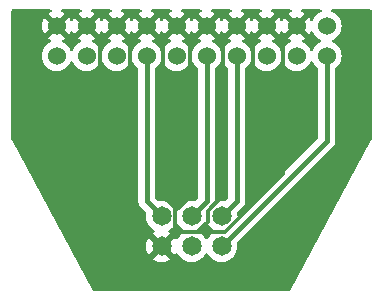
<source format=gtl>
G04 #@! TF.GenerationSoftware,KiCad,Pcbnew,8.0.2-1*
G04 #@! TF.CreationDate,2024-12-21T19:46:59+01:00*
G04 #@! TF.ProjectId,ten_to_six,74656e5f-746f-45f7-9369-782e6b696361,rev?*
G04 #@! TF.SameCoordinates,Original*
G04 #@! TF.FileFunction,Copper,L1,Top*
G04 #@! TF.FilePolarity,Positive*
%FSLAX46Y46*%
G04 Gerber Fmt 4.6, Leading zero omitted, Abs format (unit mm)*
G04 Created by KiCad (PCBNEW 8.0.2-1) date 2024-12-21 19:46:59*
%MOMM*%
%LPD*%
G01*
G04 APERTURE LIST*
G04 #@! TA.AperFunction,ComponentPad*
%ADD10C,1.524000*%
G04 #@! TD*
G04 #@! TA.AperFunction,ComponentPad*
%ADD11C,1.650000*%
G04 #@! TD*
G04 #@! TA.AperFunction,Conductor*
%ADD12C,0.300000*%
G04 #@! TD*
G04 #@! TA.AperFunction,Conductor*
%ADD13C,0.400000*%
G04 #@! TD*
G04 APERTURE END LIST*
D10*
X136652000Y-76843128D03*
X136652000Y-74303128D03*
X134112000Y-76843128D03*
X134112000Y-74303128D03*
X131572000Y-76843128D03*
X131572000Y-74303128D03*
X129032000Y-76843128D03*
X129032000Y-74303128D03*
X126492000Y-76843128D03*
X126492000Y-74303128D03*
X123952000Y-76843128D03*
X123952000Y-74303128D03*
X121412000Y-76843128D03*
X121412000Y-74303128D03*
X118872000Y-76843128D03*
X118872000Y-74303128D03*
X116332000Y-76843128D03*
X116332000Y-74303128D03*
X113792000Y-76843128D03*
X113792000Y-74303128D03*
D11*
X127762000Y-92964000D03*
X127762000Y-90424000D03*
X125222000Y-92964000D03*
X125222000Y-90424000D03*
X122682000Y-92964000D03*
X122682000Y-90424000D03*
D12*
X116332000Y-74303128D02*
X117444000Y-75415128D01*
X117444000Y-75415128D02*
X117444000Y-87726000D01*
X117444000Y-87726000D02*
X122682000Y-92964000D01*
X131572000Y-74303128D02*
X130460000Y-75415128D01*
X130460000Y-75415128D02*
X130460000Y-89387701D01*
X130460000Y-89387701D02*
X128058701Y-91789000D01*
X123857000Y-91789000D02*
X122682000Y-92964000D01*
X128058701Y-91789000D02*
X123857000Y-91789000D01*
X118872000Y-74303128D02*
X119984000Y-75415128D01*
X119984000Y-90266000D02*
X122682000Y-92964000D01*
X119984000Y-75415128D02*
X119984000Y-90266000D01*
X121412000Y-74303128D02*
X122840000Y-75731128D01*
X122840000Y-75731128D02*
X122840000Y-88730299D01*
X123857000Y-89747299D02*
X123857000Y-91789000D01*
X122840000Y-88730299D02*
X123857000Y-89747299D01*
X129032000Y-74303128D02*
X127920000Y-75415128D01*
X123857000Y-89985600D02*
X123857000Y-91789000D01*
X127920000Y-75415128D02*
X127920000Y-88604299D01*
X126587000Y-90910701D02*
X125708701Y-91789000D01*
X126492000Y-74303128D02*
X125064000Y-75731128D01*
X133000000Y-86847701D02*
X128058701Y-91789000D01*
X134112000Y-74303128D02*
X133000000Y-75415128D01*
X127920000Y-88604299D02*
X126587000Y-89937299D01*
X125064000Y-75731128D02*
X125064000Y-88778600D01*
X133000000Y-75415128D02*
X133000000Y-86847701D01*
X125064000Y-88778600D02*
X123857000Y-89985600D01*
X126587000Y-89937299D02*
X126587000Y-90910701D01*
X125708701Y-91789000D02*
X123857000Y-91789000D01*
D13*
X129032000Y-76843128D02*
X129032000Y-89154000D01*
X129032000Y-89154000D02*
X127762000Y-90424000D01*
X136652000Y-84074000D02*
X127762000Y-92964000D01*
X136652000Y-76843128D02*
X136652000Y-84074000D01*
X126492000Y-89154000D02*
X125222000Y-90424000D01*
X126492000Y-76843128D02*
X126492000Y-89154000D01*
X121412000Y-76843128D02*
X121412000Y-89154000D01*
X121412000Y-89154000D02*
X122682000Y-90424000D01*
G04 #@! TA.AperFunction,Conductor*
G36*
X113342956Y-72910185D02*
G01*
X113388711Y-72962989D01*
X113398655Y-73032147D01*
X113369630Y-73095703D01*
X113328322Y-73126882D01*
X113158590Y-73206029D01*
X113093811Y-73251386D01*
X113656057Y-73813632D01*
X113595919Y-73829747D01*
X113480080Y-73896626D01*
X113385498Y-73991208D01*
X113318619Y-74107047D01*
X113302504Y-74167185D01*
X112740258Y-73604939D01*
X112694901Y-73669718D01*
X112601579Y-73869848D01*
X112601575Y-73869857D01*
X112544426Y-74083141D01*
X112544424Y-74083151D01*
X112525179Y-74303127D01*
X112525179Y-74303128D01*
X112544424Y-74523104D01*
X112544426Y-74523114D01*
X112601575Y-74736398D01*
X112601580Y-74736412D01*
X112694898Y-74936533D01*
X112694901Y-74936539D01*
X112740258Y-75001315D01*
X112740259Y-75001316D01*
X113302504Y-74439070D01*
X113318619Y-74499209D01*
X113385498Y-74615048D01*
X113480080Y-74709630D01*
X113595919Y-74776509D01*
X113656057Y-74792622D01*
X113093810Y-75354868D01*
X113158589Y-75400226D01*
X113287781Y-75460470D01*
X113340220Y-75506642D01*
X113359372Y-75573836D01*
X113339156Y-75640717D01*
X113287781Y-75685234D01*
X113158340Y-75745593D01*
X113158338Y-75745594D01*
X112977377Y-75872303D01*
X112821175Y-76028505D01*
X112694466Y-76209466D01*
X112694465Y-76209468D01*
X112601107Y-76409676D01*
X112601104Y-76409682D01*
X112543930Y-76623057D01*
X112543929Y-76623065D01*
X112524677Y-76843125D01*
X112524677Y-76843130D01*
X112543929Y-77063190D01*
X112543930Y-77063198D01*
X112601104Y-77276573D01*
X112601105Y-77276575D01*
X112601106Y-77276578D01*
X112634382Y-77347939D01*
X112694466Y-77476790D01*
X112694468Y-77476794D01*
X112821170Y-77657743D01*
X112821175Y-77657749D01*
X112977378Y-77813952D01*
X112977384Y-77813957D01*
X113158333Y-77940659D01*
X113158335Y-77940660D01*
X113158338Y-77940662D01*
X113358550Y-78034022D01*
X113571932Y-78091198D01*
X113729123Y-78104950D01*
X113791998Y-78110451D01*
X113792000Y-78110451D01*
X113792002Y-78110451D01*
X113847017Y-78105637D01*
X114012068Y-78091198D01*
X114225450Y-78034022D01*
X114425662Y-77940662D01*
X114606620Y-77813954D01*
X114762826Y-77657748D01*
X114889534Y-77476790D01*
X114949618Y-77347939D01*
X114995790Y-77295499D01*
X115062983Y-77276347D01*
X115129865Y-77296563D01*
X115174382Y-77347939D01*
X115234464Y-77476786D01*
X115234468Y-77476794D01*
X115361170Y-77657743D01*
X115361175Y-77657749D01*
X115517378Y-77813952D01*
X115517384Y-77813957D01*
X115698333Y-77940659D01*
X115698335Y-77940660D01*
X115698338Y-77940662D01*
X115898550Y-78034022D01*
X116111932Y-78091198D01*
X116269123Y-78104950D01*
X116331998Y-78110451D01*
X116332000Y-78110451D01*
X116332002Y-78110451D01*
X116387017Y-78105637D01*
X116552068Y-78091198D01*
X116765450Y-78034022D01*
X116965662Y-77940662D01*
X117146620Y-77813954D01*
X117302826Y-77657748D01*
X117429534Y-77476790D01*
X117489618Y-77347939D01*
X117535790Y-77295499D01*
X117602983Y-77276347D01*
X117669865Y-77296563D01*
X117714382Y-77347939D01*
X117774464Y-77476786D01*
X117774468Y-77476794D01*
X117901170Y-77657743D01*
X117901175Y-77657749D01*
X118057378Y-77813952D01*
X118057384Y-77813957D01*
X118238333Y-77940659D01*
X118238335Y-77940660D01*
X118238338Y-77940662D01*
X118438550Y-78034022D01*
X118651932Y-78091198D01*
X118809123Y-78104950D01*
X118871998Y-78110451D01*
X118872000Y-78110451D01*
X118872002Y-78110451D01*
X118927017Y-78105637D01*
X119092068Y-78091198D01*
X119305450Y-78034022D01*
X119505662Y-77940662D01*
X119686620Y-77813954D01*
X119842826Y-77657748D01*
X119969534Y-77476790D01*
X120029618Y-77347939D01*
X120075790Y-77295499D01*
X120142983Y-77276347D01*
X120209865Y-77296563D01*
X120254382Y-77347939D01*
X120314464Y-77476786D01*
X120314468Y-77476794D01*
X120441170Y-77657743D01*
X120441174Y-77657748D01*
X120597380Y-77813954D01*
X120658623Y-77856836D01*
X120702248Y-77911412D01*
X120711500Y-77958411D01*
X120711500Y-89085006D01*
X120711500Y-89222994D01*
X120711500Y-89222996D01*
X120711499Y-89222996D01*
X120738418Y-89358322D01*
X120738421Y-89358332D01*
X120791222Y-89485807D01*
X120867887Y-89600545D01*
X120867888Y-89600546D01*
X121339760Y-90072417D01*
X121373245Y-90133740D01*
X121371967Y-90187503D01*
X121372592Y-90187614D01*
X121371866Y-90191727D01*
X121371856Y-90192183D01*
X121371652Y-90192941D01*
X121371651Y-90192951D01*
X121351437Y-90423998D01*
X121351437Y-90424001D01*
X121371650Y-90655044D01*
X121371651Y-90655051D01*
X121431678Y-90879074D01*
X121431679Y-90879076D01*
X121431680Y-90879079D01*
X121529699Y-91089282D01*
X121662730Y-91279269D01*
X121826731Y-91443270D01*
X122016718Y-91576301D01*
X122028710Y-91581893D01*
X122081149Y-91628062D01*
X122100303Y-91695255D01*
X122080089Y-91762137D01*
X122028717Y-91806655D01*
X122016966Y-91812134D01*
X121938576Y-91867022D01*
X122511766Y-92440212D01*
X122469708Y-92451482D01*
X122344292Y-92523890D01*
X122241890Y-92626292D01*
X122169482Y-92751708D01*
X122158212Y-92793766D01*
X121585022Y-92220576D01*
X121530134Y-92298967D01*
X121432152Y-92509090D01*
X121432148Y-92509099D01*
X121372147Y-92733031D01*
X121372145Y-92733041D01*
X121351939Y-92963999D01*
X121351939Y-92964000D01*
X121372145Y-93194958D01*
X121372147Y-93194968D01*
X121432148Y-93418900D01*
X121432152Y-93418909D01*
X121530133Y-93629030D01*
X121585023Y-93707422D01*
X122158212Y-93134233D01*
X122169482Y-93176292D01*
X122241890Y-93301708D01*
X122344292Y-93404110D01*
X122469708Y-93476518D01*
X122511765Y-93487787D01*
X121938576Y-94060975D01*
X122016969Y-94115867D01*
X122227090Y-94213847D01*
X122227099Y-94213851D01*
X122451031Y-94273852D01*
X122451041Y-94273854D01*
X122681999Y-94294061D01*
X122682001Y-94294061D01*
X122912958Y-94273854D01*
X122912968Y-94273852D01*
X123136900Y-94213851D01*
X123136909Y-94213847D01*
X123347030Y-94115867D01*
X123347034Y-94115865D01*
X123425422Y-94060976D01*
X123425422Y-94060975D01*
X122852235Y-93487787D01*
X122894292Y-93476518D01*
X123019708Y-93404110D01*
X123122110Y-93301708D01*
X123194518Y-93176292D01*
X123205787Y-93134234D01*
X123778975Y-93707422D01*
X123778976Y-93707422D01*
X123833864Y-93629034D01*
X123839339Y-93617294D01*
X123885509Y-93564852D01*
X123952701Y-93545697D01*
X124019584Y-93565909D01*
X124064105Y-93617286D01*
X124069699Y-93629282D01*
X124202730Y-93819269D01*
X124366731Y-93983270D01*
X124556718Y-94116301D01*
X124766921Y-94214320D01*
X124990950Y-94274349D01*
X125155985Y-94288787D01*
X125221998Y-94294563D01*
X125222000Y-94294563D01*
X125222002Y-94294563D01*
X125279762Y-94289509D01*
X125453050Y-94274349D01*
X125677079Y-94214320D01*
X125887282Y-94116301D01*
X126077269Y-93983270D01*
X126241270Y-93819269D01*
X126374301Y-93629282D01*
X126379618Y-93617878D01*
X126425790Y-93565440D01*
X126492984Y-93546288D01*
X126559865Y-93566504D01*
X126604381Y-93617878D01*
X126609699Y-93629282D01*
X126742730Y-93819269D01*
X126906731Y-93983270D01*
X127096718Y-94116301D01*
X127306921Y-94214320D01*
X127530950Y-94274349D01*
X127695985Y-94288787D01*
X127761998Y-94294563D01*
X127762000Y-94294563D01*
X127762002Y-94294563D01*
X127819762Y-94289509D01*
X127993050Y-94274349D01*
X128217079Y-94214320D01*
X128427282Y-94116301D01*
X128617269Y-93983270D01*
X128781270Y-93819269D01*
X128914301Y-93629282D01*
X129012320Y-93419079D01*
X129072349Y-93195050D01*
X129092563Y-92964000D01*
X129072349Y-92732950D01*
X129072148Y-92732199D01*
X129072156Y-92731856D01*
X129071408Y-92727613D01*
X129072260Y-92727462D01*
X129073805Y-92662350D01*
X129104237Y-92612418D01*
X137196114Y-84520543D01*
X137272775Y-84405811D01*
X137325580Y-84278328D01*
X137352500Y-84142994D01*
X137352500Y-84005006D01*
X137352500Y-77958411D01*
X137372185Y-77891372D01*
X137405375Y-77856837D01*
X137466620Y-77813954D01*
X137622826Y-77657748D01*
X137749534Y-77476790D01*
X137842894Y-77276578D01*
X137900070Y-77063196D01*
X137919323Y-76843128D01*
X137900070Y-76623060D01*
X137842894Y-76409678D01*
X137749534Y-76209467D01*
X137622826Y-76028508D01*
X137466620Y-75872302D01*
X137466616Y-75872299D01*
X137466615Y-75872298D01*
X137285666Y-75745596D01*
X137285658Y-75745592D01*
X137156811Y-75685510D01*
X137104371Y-75639338D01*
X137085219Y-75572145D01*
X137105435Y-75505263D01*
X137156811Y-75460746D01*
X137162802Y-75457952D01*
X137285662Y-75400662D01*
X137466620Y-75273954D01*
X137622826Y-75117748D01*
X137749534Y-74936790D01*
X137842894Y-74736578D01*
X137900070Y-74523196D01*
X137919323Y-74303128D01*
X137900070Y-74083060D01*
X137842894Y-73869678D01*
X137749534Y-73669467D01*
X137622826Y-73488508D01*
X137466620Y-73332302D01*
X137466616Y-73332299D01*
X137466615Y-73332298D01*
X137285666Y-73205596D01*
X137285658Y-73205592D01*
X137116863Y-73126882D01*
X137064423Y-73080710D01*
X137045271Y-73013517D01*
X137065487Y-72946635D01*
X137118652Y-72901301D01*
X137169267Y-72890500D01*
X140345500Y-72890500D01*
X140412539Y-72910185D01*
X140458294Y-72962989D01*
X140469500Y-73014500D01*
X140469500Y-83916552D01*
X140454678Y-83975340D01*
X133594168Y-96716288D01*
X133545053Y-96765982D01*
X133484990Y-96781500D01*
X116959010Y-96781500D01*
X116891971Y-96761815D01*
X116849832Y-96716288D01*
X109989322Y-83975341D01*
X109974500Y-83916553D01*
X109974500Y-73014500D01*
X109994185Y-72947461D01*
X110046989Y-72901706D01*
X110098500Y-72890500D01*
X113275917Y-72890500D01*
X113342956Y-72910185D01*
G37*
G04 #@! TD.AperFunction*
G04 #@! TA.AperFunction,Conductor*
G36*
X124019865Y-91026504D02*
G01*
X124064381Y-91077878D01*
X124069699Y-91089282D01*
X124202730Y-91279269D01*
X124366731Y-91443270D01*
X124556718Y-91576301D01*
X124568121Y-91581618D01*
X124620560Y-91627790D01*
X124639712Y-91694984D01*
X124619496Y-91761865D01*
X124568123Y-91806381D01*
X124556720Y-91811698D01*
X124556714Y-91811701D01*
X124366735Y-91944726D01*
X124366729Y-91944731D01*
X124202731Y-92108729D01*
X124202726Y-92108735D01*
X124069701Y-92298714D01*
X124069697Y-92298722D01*
X124064104Y-92310716D01*
X124017929Y-92363154D01*
X123950735Y-92382303D01*
X123883855Y-92362084D01*
X123839342Y-92310711D01*
X123833869Y-92298975D01*
X123833866Y-92298969D01*
X123778975Y-92220577D01*
X123778975Y-92220576D01*
X123205787Y-92793764D01*
X123194518Y-92751708D01*
X123122110Y-92626292D01*
X123019708Y-92523890D01*
X122894292Y-92451482D01*
X122852234Y-92440212D01*
X123425422Y-91867023D01*
X123347029Y-91812132D01*
X123335286Y-91806656D01*
X123282848Y-91760482D01*
X123263697Y-91693289D01*
X123283914Y-91626408D01*
X123335289Y-91581893D01*
X123347282Y-91576301D01*
X123537269Y-91443270D01*
X123701270Y-91279269D01*
X123834301Y-91089282D01*
X123839618Y-91077878D01*
X123885790Y-91025440D01*
X123952984Y-91006288D01*
X124019865Y-91026504D01*
G37*
G04 #@! TD.AperFunction*
G04 #@! TA.AperFunction,Conductor*
G36*
X126559865Y-91026504D02*
G01*
X126604381Y-91077878D01*
X126609699Y-91089282D01*
X126742730Y-91279269D01*
X126906731Y-91443270D01*
X127096718Y-91576301D01*
X127108121Y-91581618D01*
X127160560Y-91627790D01*
X127179712Y-91694984D01*
X127159496Y-91761865D01*
X127108123Y-91806381D01*
X127096720Y-91811698D01*
X127096714Y-91811701D01*
X126906735Y-91944726D01*
X126906729Y-91944731D01*
X126742731Y-92108729D01*
X126742726Y-92108735D01*
X126609701Y-92298714D01*
X126609698Y-92298720D01*
X126604381Y-92310123D01*
X126558207Y-92362562D01*
X126491013Y-92381712D01*
X126424133Y-92361495D01*
X126379619Y-92310123D01*
X126374420Y-92298975D01*
X126374301Y-92298719D01*
X126374299Y-92298716D01*
X126374298Y-92298714D01*
X126241273Y-92108735D01*
X126241268Y-92108729D01*
X126077269Y-91944730D01*
X125966292Y-91867023D01*
X125887282Y-91811699D01*
X125875878Y-91806381D01*
X125823440Y-91760210D01*
X125804288Y-91693016D01*
X125824504Y-91626135D01*
X125875878Y-91581618D01*
X125887282Y-91576301D01*
X126077269Y-91443270D01*
X126241270Y-91279269D01*
X126374301Y-91089282D01*
X126379618Y-91077878D01*
X126425790Y-91025440D01*
X126492984Y-91006288D01*
X126559865Y-91026504D01*
G37*
G04 #@! TD.AperFunction*
G04 #@! TA.AperFunction,Conductor*
G36*
X135449865Y-77296563D02*
G01*
X135494382Y-77347939D01*
X135554464Y-77476786D01*
X135554468Y-77476794D01*
X135681170Y-77657743D01*
X135681174Y-77657748D01*
X135837380Y-77813954D01*
X135898623Y-77856836D01*
X135942248Y-77911412D01*
X135951500Y-77958411D01*
X135951500Y-83732480D01*
X135931815Y-83799519D01*
X135915181Y-83820161D01*
X129298196Y-90437145D01*
X129236873Y-90470630D01*
X129167181Y-90465646D01*
X129111248Y-90423774D01*
X129086987Y-90360272D01*
X129072349Y-90192950D01*
X129072148Y-90192199D01*
X129072156Y-90191856D01*
X129071408Y-90187613D01*
X129072260Y-90187462D01*
X129073805Y-90122350D01*
X129104235Y-90072420D01*
X129576114Y-89600543D01*
X129652775Y-89485811D01*
X129705580Y-89358329D01*
X129705580Y-89358325D01*
X129705582Y-89358322D01*
X129710934Y-89331411D01*
X129710934Y-89331409D01*
X129732500Y-89222993D01*
X129732500Y-77958411D01*
X129752185Y-77891372D01*
X129785375Y-77856837D01*
X129846620Y-77813954D01*
X130002826Y-77657748D01*
X130129534Y-77476790D01*
X130189618Y-77347939D01*
X130235790Y-77295499D01*
X130302983Y-77276347D01*
X130369865Y-77296563D01*
X130414382Y-77347939D01*
X130474464Y-77476786D01*
X130474468Y-77476794D01*
X130601170Y-77657743D01*
X130601175Y-77657749D01*
X130757378Y-77813952D01*
X130757384Y-77813957D01*
X130938333Y-77940659D01*
X130938335Y-77940660D01*
X130938338Y-77940662D01*
X131138550Y-78034022D01*
X131351932Y-78091198D01*
X131509123Y-78104950D01*
X131571998Y-78110451D01*
X131572000Y-78110451D01*
X131572002Y-78110451D01*
X131627017Y-78105637D01*
X131792068Y-78091198D01*
X132005450Y-78034022D01*
X132205662Y-77940662D01*
X132386620Y-77813954D01*
X132542826Y-77657748D01*
X132669534Y-77476790D01*
X132729618Y-77347939D01*
X132775790Y-77295499D01*
X132842983Y-77276347D01*
X132909865Y-77296563D01*
X132954382Y-77347939D01*
X133014464Y-77476786D01*
X133014468Y-77476794D01*
X133141170Y-77657743D01*
X133141175Y-77657749D01*
X133297378Y-77813952D01*
X133297384Y-77813957D01*
X133478333Y-77940659D01*
X133478335Y-77940660D01*
X133478338Y-77940662D01*
X133678550Y-78034022D01*
X133891932Y-78091198D01*
X134049123Y-78104950D01*
X134111998Y-78110451D01*
X134112000Y-78110451D01*
X134112002Y-78110451D01*
X134167017Y-78105637D01*
X134332068Y-78091198D01*
X134545450Y-78034022D01*
X134745662Y-77940662D01*
X134926620Y-77813954D01*
X135082826Y-77657748D01*
X135209534Y-77476790D01*
X135269618Y-77347939D01*
X135315790Y-77295499D01*
X135382983Y-77276347D01*
X135449865Y-77296563D01*
G37*
G04 #@! TD.AperFunction*
G04 #@! TA.AperFunction,Conductor*
G36*
X125289865Y-77296563D02*
G01*
X125334382Y-77347939D01*
X125394464Y-77476786D01*
X125394468Y-77476794D01*
X125521170Y-77657743D01*
X125521174Y-77657748D01*
X125677380Y-77813954D01*
X125738623Y-77856836D01*
X125782248Y-77911412D01*
X125791500Y-77958411D01*
X125791500Y-88812480D01*
X125771815Y-88879519D01*
X125755181Y-88900161D01*
X125573581Y-89081760D01*
X125512258Y-89115245D01*
X125458494Y-89113965D01*
X125458384Y-89114592D01*
X125454259Y-89113864D01*
X125453807Y-89113854D01*
X125453050Y-89113651D01*
X125453046Y-89113650D01*
X125453044Y-89113650D01*
X125222002Y-89093437D01*
X125221998Y-89093437D01*
X124990955Y-89113650D01*
X124990948Y-89113651D01*
X124766917Y-89173681D01*
X124556718Y-89271699D01*
X124556714Y-89271701D01*
X124366735Y-89404726D01*
X124366729Y-89404731D01*
X124202731Y-89568729D01*
X124202726Y-89568735D01*
X124069701Y-89758714D01*
X124069698Y-89758720D01*
X124064381Y-89770123D01*
X124018207Y-89822562D01*
X123951013Y-89841712D01*
X123884133Y-89821495D01*
X123839619Y-89770123D01*
X123834301Y-89758720D01*
X123834298Y-89758714D01*
X123701273Y-89568735D01*
X123701268Y-89568729D01*
X123537269Y-89404730D01*
X123471003Y-89358330D01*
X123347282Y-89271699D01*
X123137079Y-89173680D01*
X123137076Y-89173679D01*
X123137074Y-89173678D01*
X122913051Y-89113651D01*
X122913044Y-89113650D01*
X122682002Y-89093437D01*
X122681998Y-89093437D01*
X122527966Y-89106913D01*
X122450950Y-89113651D01*
X122450949Y-89113651D01*
X122450941Y-89113652D01*
X122450183Y-89113856D01*
X122449835Y-89113847D01*
X122445614Y-89114592D01*
X122445464Y-89113743D01*
X122380333Y-89112188D01*
X122330417Y-89081760D01*
X122148819Y-88900162D01*
X122115334Y-88838839D01*
X122112500Y-88812481D01*
X122112500Y-77958411D01*
X122132185Y-77891372D01*
X122165375Y-77856837D01*
X122226620Y-77813954D01*
X122382826Y-77657748D01*
X122509534Y-77476790D01*
X122569618Y-77347939D01*
X122615790Y-77295499D01*
X122682983Y-77276347D01*
X122749865Y-77296563D01*
X122794382Y-77347939D01*
X122854464Y-77476786D01*
X122854468Y-77476794D01*
X122981170Y-77657743D01*
X122981175Y-77657749D01*
X123137378Y-77813952D01*
X123137384Y-77813957D01*
X123318333Y-77940659D01*
X123318335Y-77940660D01*
X123318338Y-77940662D01*
X123518550Y-78034022D01*
X123731932Y-78091198D01*
X123889123Y-78104950D01*
X123951998Y-78110451D01*
X123952000Y-78110451D01*
X123952002Y-78110451D01*
X124007017Y-78105637D01*
X124172068Y-78091198D01*
X124385450Y-78034022D01*
X124585662Y-77940662D01*
X124766620Y-77813954D01*
X124922826Y-77657748D01*
X125049534Y-77476790D01*
X125109618Y-77347939D01*
X125155790Y-77295499D01*
X125222983Y-77276347D01*
X125289865Y-77296563D01*
G37*
G04 #@! TD.AperFunction*
G04 #@! TA.AperFunction,Conductor*
G36*
X127829865Y-77296563D02*
G01*
X127874382Y-77347939D01*
X127934464Y-77476786D01*
X127934468Y-77476794D01*
X128061170Y-77657743D01*
X128061174Y-77657748D01*
X128217380Y-77813954D01*
X128278623Y-77856836D01*
X128322248Y-77911412D01*
X128331500Y-77958411D01*
X128331500Y-88812480D01*
X128311815Y-88879519D01*
X128295181Y-88900161D01*
X128113581Y-89081760D01*
X128052258Y-89115245D01*
X127998494Y-89113965D01*
X127998384Y-89114592D01*
X127994259Y-89113864D01*
X127993807Y-89113854D01*
X127993050Y-89113651D01*
X127993046Y-89113650D01*
X127993044Y-89113650D01*
X127762002Y-89093437D01*
X127761998Y-89093437D01*
X127530955Y-89113650D01*
X127530944Y-89113652D01*
X127348593Y-89162513D01*
X127278743Y-89160850D01*
X127220881Y-89121687D01*
X127193377Y-89057459D01*
X127192500Y-89042738D01*
X127192500Y-77958411D01*
X127212185Y-77891372D01*
X127245375Y-77856837D01*
X127306620Y-77813954D01*
X127462826Y-77657748D01*
X127589534Y-77476790D01*
X127649618Y-77347939D01*
X127695790Y-77295499D01*
X127762983Y-77276347D01*
X127829865Y-77296563D01*
G37*
G04 #@! TD.AperFunction*
G04 #@! TA.AperFunction,Conductor*
G36*
X115858619Y-74499209D02*
G01*
X115925498Y-74615048D01*
X116020080Y-74709630D01*
X116135919Y-74776509D01*
X116196057Y-74792622D01*
X115633810Y-75354868D01*
X115698589Y-75400226D01*
X115827781Y-75460470D01*
X115880220Y-75506642D01*
X115899372Y-75573836D01*
X115879156Y-75640717D01*
X115827781Y-75685234D01*
X115698340Y-75745593D01*
X115698338Y-75745594D01*
X115517377Y-75872303D01*
X115361175Y-76028505D01*
X115234466Y-76209466D01*
X115234465Y-76209468D01*
X115174382Y-76338317D01*
X115128209Y-76390756D01*
X115061016Y-76409908D01*
X114994135Y-76389692D01*
X114949618Y-76338317D01*
X114889534Y-76209468D01*
X114889533Y-76209466D01*
X114762827Y-76028509D01*
X114762823Y-76028505D01*
X114606620Y-75872302D01*
X114606616Y-75872299D01*
X114606615Y-75872298D01*
X114425666Y-75745596D01*
X114425662Y-75745594D01*
X114296218Y-75685233D01*
X114243779Y-75639060D01*
X114224627Y-75571867D01*
X114244843Y-75504986D01*
X114296219Y-75460468D01*
X114425416Y-75400223D01*
X114425417Y-75400222D01*
X114490188Y-75354869D01*
X113927942Y-74792622D01*
X113988081Y-74776509D01*
X114103920Y-74709630D01*
X114198502Y-74615048D01*
X114265381Y-74499209D01*
X114281495Y-74439070D01*
X114843741Y-75001316D01*
X114889094Y-74936545D01*
X114889100Y-74936535D01*
X114949618Y-74806755D01*
X114995790Y-74754315D01*
X115062983Y-74735163D01*
X115129865Y-74755379D01*
X115174382Y-74806755D01*
X115234898Y-74936533D01*
X115234901Y-74936539D01*
X115280258Y-75001315D01*
X115280259Y-75001316D01*
X115842504Y-74439070D01*
X115858619Y-74499209D01*
G37*
G04 #@! TD.AperFunction*
G04 #@! TA.AperFunction,Conductor*
G36*
X118398619Y-74499209D02*
G01*
X118465498Y-74615048D01*
X118560080Y-74709630D01*
X118675919Y-74776509D01*
X118736057Y-74792622D01*
X118173810Y-75354868D01*
X118238589Y-75400226D01*
X118367781Y-75460470D01*
X118420220Y-75506642D01*
X118439372Y-75573836D01*
X118419156Y-75640717D01*
X118367781Y-75685234D01*
X118238340Y-75745593D01*
X118238338Y-75745594D01*
X118057377Y-75872303D01*
X117901175Y-76028505D01*
X117774466Y-76209466D01*
X117774465Y-76209468D01*
X117714382Y-76338317D01*
X117668209Y-76390756D01*
X117601016Y-76409908D01*
X117534135Y-76389692D01*
X117489618Y-76338317D01*
X117429534Y-76209468D01*
X117429533Y-76209466D01*
X117302827Y-76028509D01*
X117302823Y-76028505D01*
X117146620Y-75872302D01*
X117146616Y-75872299D01*
X117146615Y-75872298D01*
X116965666Y-75745596D01*
X116965662Y-75745594D01*
X116836218Y-75685233D01*
X116783779Y-75639060D01*
X116764627Y-75571867D01*
X116784843Y-75504986D01*
X116836219Y-75460468D01*
X116965416Y-75400223D01*
X116965417Y-75400222D01*
X117030188Y-75354869D01*
X116467942Y-74792622D01*
X116528081Y-74776509D01*
X116643920Y-74709630D01*
X116738502Y-74615048D01*
X116805381Y-74499209D01*
X116821495Y-74439070D01*
X117383741Y-75001316D01*
X117429094Y-74936545D01*
X117429100Y-74936535D01*
X117489618Y-74806755D01*
X117535790Y-74754315D01*
X117602983Y-74735163D01*
X117669865Y-74755379D01*
X117714382Y-74806755D01*
X117774898Y-74936533D01*
X117774901Y-74936539D01*
X117820258Y-75001315D01*
X117820259Y-75001316D01*
X118382504Y-74439070D01*
X118398619Y-74499209D01*
G37*
G04 #@! TD.AperFunction*
G04 #@! TA.AperFunction,Conductor*
G36*
X120938619Y-74499209D02*
G01*
X121005498Y-74615048D01*
X121100080Y-74709630D01*
X121215919Y-74776509D01*
X121276057Y-74792622D01*
X120713810Y-75354868D01*
X120778589Y-75400226D01*
X120907781Y-75460470D01*
X120960220Y-75506642D01*
X120979372Y-75573836D01*
X120959156Y-75640717D01*
X120907781Y-75685234D01*
X120778340Y-75745593D01*
X120778338Y-75745594D01*
X120597377Y-75872303D01*
X120441175Y-76028505D01*
X120314466Y-76209466D01*
X120314465Y-76209468D01*
X120254382Y-76338317D01*
X120208209Y-76390756D01*
X120141016Y-76409908D01*
X120074135Y-76389692D01*
X120029618Y-76338317D01*
X119969534Y-76209468D01*
X119969533Y-76209466D01*
X119842827Y-76028509D01*
X119842823Y-76028505D01*
X119686620Y-75872302D01*
X119686616Y-75872299D01*
X119686615Y-75872298D01*
X119505666Y-75745596D01*
X119505662Y-75745594D01*
X119376218Y-75685233D01*
X119323779Y-75639060D01*
X119304627Y-75571867D01*
X119324843Y-75504986D01*
X119376219Y-75460468D01*
X119505416Y-75400223D01*
X119505417Y-75400222D01*
X119570188Y-75354869D01*
X119007942Y-74792622D01*
X119068081Y-74776509D01*
X119183920Y-74709630D01*
X119278502Y-74615048D01*
X119345381Y-74499209D01*
X119361495Y-74439070D01*
X119923741Y-75001316D01*
X119969094Y-74936545D01*
X119969100Y-74936535D01*
X120029618Y-74806755D01*
X120075790Y-74754315D01*
X120142983Y-74735163D01*
X120209865Y-74755379D01*
X120254382Y-74806755D01*
X120314898Y-74936533D01*
X120314901Y-74936539D01*
X120360258Y-75001315D01*
X120360259Y-75001316D01*
X120922504Y-74439070D01*
X120938619Y-74499209D01*
G37*
G04 #@! TD.AperFunction*
G04 #@! TA.AperFunction,Conductor*
G36*
X123478619Y-74499209D02*
G01*
X123545498Y-74615048D01*
X123640080Y-74709630D01*
X123755919Y-74776509D01*
X123816057Y-74792622D01*
X123253810Y-75354868D01*
X123318589Y-75400226D01*
X123447781Y-75460470D01*
X123500220Y-75506642D01*
X123519372Y-75573836D01*
X123499156Y-75640717D01*
X123447781Y-75685234D01*
X123318340Y-75745593D01*
X123318338Y-75745594D01*
X123137377Y-75872303D01*
X122981175Y-76028505D01*
X122854466Y-76209466D01*
X122854465Y-76209468D01*
X122794382Y-76338317D01*
X122748209Y-76390756D01*
X122681016Y-76409908D01*
X122614135Y-76389692D01*
X122569618Y-76338317D01*
X122509534Y-76209468D01*
X122509533Y-76209466D01*
X122382827Y-76028509D01*
X122382823Y-76028505D01*
X122226620Y-75872302D01*
X122226616Y-75872299D01*
X122226615Y-75872298D01*
X122045666Y-75745596D01*
X122045662Y-75745594D01*
X121916218Y-75685233D01*
X121863779Y-75639060D01*
X121844627Y-75571867D01*
X121864843Y-75504986D01*
X121916219Y-75460468D01*
X122045416Y-75400223D01*
X122045417Y-75400222D01*
X122110188Y-75354869D01*
X121547942Y-74792622D01*
X121608081Y-74776509D01*
X121723920Y-74709630D01*
X121818502Y-74615048D01*
X121885381Y-74499209D01*
X121901495Y-74439070D01*
X122463741Y-75001316D01*
X122509094Y-74936545D01*
X122509100Y-74936535D01*
X122569618Y-74806755D01*
X122615790Y-74754315D01*
X122682983Y-74735163D01*
X122749865Y-74755379D01*
X122794382Y-74806755D01*
X122854898Y-74936533D01*
X122854901Y-74936539D01*
X122900258Y-75001315D01*
X122900259Y-75001316D01*
X123462504Y-74439070D01*
X123478619Y-74499209D01*
G37*
G04 #@! TD.AperFunction*
G04 #@! TA.AperFunction,Conductor*
G36*
X126018619Y-74499209D02*
G01*
X126085498Y-74615048D01*
X126180080Y-74709630D01*
X126295919Y-74776509D01*
X126356057Y-74792622D01*
X125793810Y-75354868D01*
X125858589Y-75400226D01*
X125987781Y-75460470D01*
X126040220Y-75506642D01*
X126059372Y-75573836D01*
X126039156Y-75640717D01*
X125987781Y-75685234D01*
X125858340Y-75745593D01*
X125858338Y-75745594D01*
X125677377Y-75872303D01*
X125521175Y-76028505D01*
X125394466Y-76209466D01*
X125394465Y-76209468D01*
X125334382Y-76338317D01*
X125288209Y-76390756D01*
X125221016Y-76409908D01*
X125154135Y-76389692D01*
X125109618Y-76338317D01*
X125049534Y-76209468D01*
X125049533Y-76209466D01*
X124922827Y-76028509D01*
X124922823Y-76028505D01*
X124766620Y-75872302D01*
X124766616Y-75872299D01*
X124766615Y-75872298D01*
X124585666Y-75745596D01*
X124585662Y-75745594D01*
X124456218Y-75685233D01*
X124403779Y-75639060D01*
X124384627Y-75571867D01*
X124404843Y-75504986D01*
X124456219Y-75460468D01*
X124585416Y-75400223D01*
X124585417Y-75400222D01*
X124650188Y-75354869D01*
X124087942Y-74792622D01*
X124148081Y-74776509D01*
X124263920Y-74709630D01*
X124358502Y-74615048D01*
X124425381Y-74499209D01*
X124441495Y-74439070D01*
X125003741Y-75001316D01*
X125049094Y-74936545D01*
X125049100Y-74936535D01*
X125109618Y-74806755D01*
X125155790Y-74754315D01*
X125222983Y-74735163D01*
X125289865Y-74755379D01*
X125334382Y-74806755D01*
X125394898Y-74936533D01*
X125394901Y-74936539D01*
X125440258Y-75001315D01*
X125440259Y-75001316D01*
X126002504Y-74439070D01*
X126018619Y-74499209D01*
G37*
G04 #@! TD.AperFunction*
G04 #@! TA.AperFunction,Conductor*
G36*
X128558619Y-74499209D02*
G01*
X128625498Y-74615048D01*
X128720080Y-74709630D01*
X128835919Y-74776509D01*
X128896057Y-74792622D01*
X128333810Y-75354868D01*
X128398589Y-75400226D01*
X128527781Y-75460470D01*
X128580220Y-75506642D01*
X128599372Y-75573836D01*
X128579156Y-75640717D01*
X128527781Y-75685234D01*
X128398340Y-75745593D01*
X128398338Y-75745594D01*
X128217377Y-75872303D01*
X128061175Y-76028505D01*
X127934466Y-76209466D01*
X127934465Y-76209468D01*
X127874382Y-76338317D01*
X127828209Y-76390756D01*
X127761016Y-76409908D01*
X127694135Y-76389692D01*
X127649618Y-76338317D01*
X127589534Y-76209468D01*
X127589533Y-76209466D01*
X127462827Y-76028509D01*
X127462823Y-76028505D01*
X127306620Y-75872302D01*
X127306616Y-75872299D01*
X127306615Y-75872298D01*
X127125666Y-75745596D01*
X127125662Y-75745594D01*
X126996218Y-75685233D01*
X126943779Y-75639060D01*
X126924627Y-75571867D01*
X126944843Y-75504986D01*
X126996219Y-75460468D01*
X127125416Y-75400223D01*
X127125417Y-75400222D01*
X127190188Y-75354869D01*
X126627942Y-74792622D01*
X126688081Y-74776509D01*
X126803920Y-74709630D01*
X126898502Y-74615048D01*
X126965381Y-74499209D01*
X126981495Y-74439070D01*
X127543741Y-75001316D01*
X127589094Y-74936545D01*
X127589100Y-74936535D01*
X127649618Y-74806755D01*
X127695790Y-74754315D01*
X127762983Y-74735163D01*
X127829865Y-74755379D01*
X127874382Y-74806755D01*
X127934898Y-74936533D01*
X127934901Y-74936539D01*
X127980258Y-75001315D01*
X127980259Y-75001316D01*
X128542504Y-74439070D01*
X128558619Y-74499209D01*
G37*
G04 #@! TD.AperFunction*
G04 #@! TA.AperFunction,Conductor*
G36*
X131098619Y-74499209D02*
G01*
X131165498Y-74615048D01*
X131260080Y-74709630D01*
X131375919Y-74776509D01*
X131436057Y-74792622D01*
X130873810Y-75354868D01*
X130938589Y-75400226D01*
X131067781Y-75460470D01*
X131120220Y-75506642D01*
X131139372Y-75573836D01*
X131119156Y-75640717D01*
X131067781Y-75685234D01*
X130938340Y-75745593D01*
X130938338Y-75745594D01*
X130757377Y-75872303D01*
X130601175Y-76028505D01*
X130474466Y-76209466D01*
X130474465Y-76209468D01*
X130414382Y-76338317D01*
X130368209Y-76390756D01*
X130301016Y-76409908D01*
X130234135Y-76389692D01*
X130189618Y-76338317D01*
X130129534Y-76209468D01*
X130129533Y-76209466D01*
X130002827Y-76028509D01*
X130002823Y-76028505D01*
X129846620Y-75872302D01*
X129846616Y-75872299D01*
X129846615Y-75872298D01*
X129665666Y-75745596D01*
X129665662Y-75745594D01*
X129536218Y-75685233D01*
X129483779Y-75639060D01*
X129464627Y-75571867D01*
X129484843Y-75504986D01*
X129536219Y-75460468D01*
X129665416Y-75400223D01*
X129665417Y-75400222D01*
X129730188Y-75354869D01*
X129167942Y-74792622D01*
X129228081Y-74776509D01*
X129343920Y-74709630D01*
X129438502Y-74615048D01*
X129505381Y-74499209D01*
X129521495Y-74439070D01*
X130083741Y-75001316D01*
X130129094Y-74936545D01*
X130129100Y-74936535D01*
X130189618Y-74806755D01*
X130235790Y-74754315D01*
X130302983Y-74735163D01*
X130369865Y-74755379D01*
X130414382Y-74806755D01*
X130474898Y-74936533D01*
X130474901Y-74936539D01*
X130520258Y-75001315D01*
X130520259Y-75001316D01*
X131082504Y-74439070D01*
X131098619Y-74499209D01*
G37*
G04 #@! TD.AperFunction*
G04 #@! TA.AperFunction,Conductor*
G36*
X133638619Y-74499209D02*
G01*
X133705498Y-74615048D01*
X133800080Y-74709630D01*
X133915919Y-74776509D01*
X133976057Y-74792622D01*
X133413810Y-75354868D01*
X133478589Y-75400226D01*
X133607781Y-75460470D01*
X133660220Y-75506642D01*
X133679372Y-75573836D01*
X133659156Y-75640717D01*
X133607781Y-75685234D01*
X133478340Y-75745593D01*
X133478338Y-75745594D01*
X133297377Y-75872303D01*
X133141175Y-76028505D01*
X133014466Y-76209466D01*
X133014465Y-76209468D01*
X132954382Y-76338317D01*
X132908209Y-76390756D01*
X132841016Y-76409908D01*
X132774135Y-76389692D01*
X132729618Y-76338317D01*
X132669534Y-76209468D01*
X132669533Y-76209466D01*
X132542827Y-76028509D01*
X132542823Y-76028505D01*
X132386620Y-75872302D01*
X132386616Y-75872299D01*
X132386615Y-75872298D01*
X132205666Y-75745596D01*
X132205662Y-75745594D01*
X132076218Y-75685233D01*
X132023779Y-75639060D01*
X132004627Y-75571867D01*
X132024843Y-75504986D01*
X132076219Y-75460468D01*
X132205416Y-75400223D01*
X132205417Y-75400222D01*
X132270188Y-75354869D01*
X131707942Y-74792622D01*
X131768081Y-74776509D01*
X131883920Y-74709630D01*
X131978502Y-74615048D01*
X132045381Y-74499209D01*
X132061495Y-74439070D01*
X132623741Y-75001316D01*
X132669094Y-74936545D01*
X132669100Y-74936535D01*
X132729618Y-74806755D01*
X132775790Y-74754315D01*
X132842983Y-74735163D01*
X132909865Y-74755379D01*
X132954382Y-74806755D01*
X133014898Y-74936533D01*
X133014901Y-74936539D01*
X133060258Y-75001315D01*
X133060259Y-75001316D01*
X133622504Y-74439070D01*
X133638619Y-74499209D01*
G37*
G04 #@! TD.AperFunction*
G04 #@! TA.AperFunction,Conductor*
G36*
X135163741Y-75001316D02*
G01*
X135209094Y-74936545D01*
X135209095Y-74936544D01*
X135269340Y-74807347D01*
X135315512Y-74754908D01*
X135382706Y-74735755D01*
X135449587Y-74755970D01*
X135494105Y-74807346D01*
X135554466Y-74936790D01*
X135554468Y-74936794D01*
X135681170Y-75117743D01*
X135681175Y-75117749D01*
X135837378Y-75273952D01*
X135837384Y-75273957D01*
X136018333Y-75400659D01*
X136018335Y-75400660D01*
X136018338Y-75400662D01*
X136137748Y-75456343D01*
X136147189Y-75460746D01*
X136199628Y-75506918D01*
X136218780Y-75574112D01*
X136198564Y-75640993D01*
X136147189Y-75685510D01*
X136018340Y-75745593D01*
X136018338Y-75745594D01*
X135837377Y-75872303D01*
X135681175Y-76028505D01*
X135554466Y-76209466D01*
X135554465Y-76209468D01*
X135494382Y-76338317D01*
X135448209Y-76390756D01*
X135381016Y-76409908D01*
X135314135Y-76389692D01*
X135269618Y-76338317D01*
X135209534Y-76209468D01*
X135209533Y-76209466D01*
X135082827Y-76028509D01*
X135082823Y-76028505D01*
X134926620Y-75872302D01*
X134926616Y-75872299D01*
X134926615Y-75872298D01*
X134745666Y-75745596D01*
X134745662Y-75745594D01*
X134616218Y-75685233D01*
X134563779Y-75639060D01*
X134544627Y-75571867D01*
X134564843Y-75504986D01*
X134616219Y-75460468D01*
X134745416Y-75400223D01*
X134745417Y-75400222D01*
X134810188Y-75354869D01*
X134247942Y-74792622D01*
X134308081Y-74776509D01*
X134423920Y-74709630D01*
X134518502Y-74615048D01*
X134585381Y-74499209D01*
X134601495Y-74439070D01*
X135163741Y-75001316D01*
G37*
G04 #@! TD.AperFunction*
G04 #@! TA.AperFunction,Conductor*
G36*
X115882956Y-72910185D02*
G01*
X115928711Y-72962989D01*
X115938655Y-73032147D01*
X115909630Y-73095703D01*
X115868322Y-73126882D01*
X115698590Y-73206029D01*
X115633811Y-73251386D01*
X116196057Y-73813632D01*
X116135919Y-73829747D01*
X116020080Y-73896626D01*
X115925498Y-73991208D01*
X115858619Y-74107047D01*
X115842504Y-74167185D01*
X115280258Y-73604939D01*
X115234901Y-73669718D01*
X115174382Y-73799501D01*
X115128209Y-73851940D01*
X115061016Y-73871092D01*
X114994135Y-73850876D01*
X114949618Y-73799501D01*
X114889096Y-73669714D01*
X114843741Y-73604939D01*
X114843740Y-73604938D01*
X114281494Y-74167184D01*
X114265381Y-74107047D01*
X114198502Y-73991208D01*
X114103920Y-73896626D01*
X113988081Y-73829747D01*
X113927942Y-73813633D01*
X114490188Y-73251387D01*
X114490187Y-73251386D01*
X114425411Y-73206029D01*
X114425405Y-73206026D01*
X114255679Y-73126882D01*
X114203239Y-73080710D01*
X114184087Y-73013517D01*
X114204303Y-72946635D01*
X114257468Y-72901301D01*
X114308083Y-72890500D01*
X115815917Y-72890500D01*
X115882956Y-72910185D01*
G37*
G04 #@! TD.AperFunction*
G04 #@! TA.AperFunction,Conductor*
G36*
X118422956Y-72910185D02*
G01*
X118468711Y-72962989D01*
X118478655Y-73032147D01*
X118449630Y-73095703D01*
X118408322Y-73126882D01*
X118238590Y-73206029D01*
X118173811Y-73251386D01*
X118736057Y-73813632D01*
X118675919Y-73829747D01*
X118560080Y-73896626D01*
X118465498Y-73991208D01*
X118398619Y-74107047D01*
X118382504Y-74167185D01*
X117820258Y-73604939D01*
X117774901Y-73669718D01*
X117714382Y-73799501D01*
X117668209Y-73851940D01*
X117601016Y-73871092D01*
X117534135Y-73850876D01*
X117489618Y-73799501D01*
X117429096Y-73669714D01*
X117383741Y-73604939D01*
X117383740Y-73604938D01*
X116821494Y-74167184D01*
X116805381Y-74107047D01*
X116738502Y-73991208D01*
X116643920Y-73896626D01*
X116528081Y-73829747D01*
X116467942Y-73813633D01*
X117030188Y-73251387D01*
X117030187Y-73251386D01*
X116965411Y-73206029D01*
X116965405Y-73206026D01*
X116795679Y-73126882D01*
X116743239Y-73080710D01*
X116724087Y-73013517D01*
X116744303Y-72946635D01*
X116797468Y-72901301D01*
X116848083Y-72890500D01*
X118355917Y-72890500D01*
X118422956Y-72910185D01*
G37*
G04 #@! TD.AperFunction*
G04 #@! TA.AperFunction,Conductor*
G36*
X120962956Y-72910185D02*
G01*
X121008711Y-72962989D01*
X121018655Y-73032147D01*
X120989630Y-73095703D01*
X120948322Y-73126882D01*
X120778590Y-73206029D01*
X120713811Y-73251386D01*
X121276057Y-73813632D01*
X121215919Y-73829747D01*
X121100080Y-73896626D01*
X121005498Y-73991208D01*
X120938619Y-74107047D01*
X120922504Y-74167185D01*
X120360258Y-73604939D01*
X120314901Y-73669718D01*
X120254382Y-73799501D01*
X120208209Y-73851940D01*
X120141016Y-73871092D01*
X120074135Y-73850876D01*
X120029618Y-73799501D01*
X119969096Y-73669714D01*
X119923741Y-73604939D01*
X119923740Y-73604938D01*
X119361494Y-74167184D01*
X119345381Y-74107047D01*
X119278502Y-73991208D01*
X119183920Y-73896626D01*
X119068081Y-73829747D01*
X119007942Y-73813633D01*
X119570188Y-73251387D01*
X119570187Y-73251386D01*
X119505411Y-73206029D01*
X119505405Y-73206026D01*
X119335679Y-73126882D01*
X119283239Y-73080710D01*
X119264087Y-73013517D01*
X119284303Y-72946635D01*
X119337468Y-72901301D01*
X119388083Y-72890500D01*
X120895917Y-72890500D01*
X120962956Y-72910185D01*
G37*
G04 #@! TD.AperFunction*
G04 #@! TA.AperFunction,Conductor*
G36*
X123502956Y-72910185D02*
G01*
X123548711Y-72962989D01*
X123558655Y-73032147D01*
X123529630Y-73095703D01*
X123488322Y-73126882D01*
X123318590Y-73206029D01*
X123253811Y-73251386D01*
X123816057Y-73813632D01*
X123755919Y-73829747D01*
X123640080Y-73896626D01*
X123545498Y-73991208D01*
X123478619Y-74107047D01*
X123462504Y-74167185D01*
X122900258Y-73604939D01*
X122854901Y-73669718D01*
X122794382Y-73799501D01*
X122748209Y-73851940D01*
X122681016Y-73871092D01*
X122614135Y-73850876D01*
X122569618Y-73799501D01*
X122509096Y-73669714D01*
X122463741Y-73604939D01*
X122463740Y-73604938D01*
X121901494Y-74167184D01*
X121885381Y-74107047D01*
X121818502Y-73991208D01*
X121723920Y-73896626D01*
X121608081Y-73829747D01*
X121547942Y-73813633D01*
X122110188Y-73251387D01*
X122110187Y-73251386D01*
X122045411Y-73206029D01*
X122045405Y-73206026D01*
X121875679Y-73126882D01*
X121823239Y-73080710D01*
X121804087Y-73013517D01*
X121824303Y-72946635D01*
X121877468Y-72901301D01*
X121928083Y-72890500D01*
X123435917Y-72890500D01*
X123502956Y-72910185D01*
G37*
G04 #@! TD.AperFunction*
G04 #@! TA.AperFunction,Conductor*
G36*
X126042956Y-72910185D02*
G01*
X126088711Y-72962989D01*
X126098655Y-73032147D01*
X126069630Y-73095703D01*
X126028322Y-73126882D01*
X125858590Y-73206029D01*
X125793811Y-73251386D01*
X126356057Y-73813632D01*
X126295919Y-73829747D01*
X126180080Y-73896626D01*
X126085498Y-73991208D01*
X126018619Y-74107047D01*
X126002504Y-74167185D01*
X125440258Y-73604939D01*
X125394901Y-73669718D01*
X125334382Y-73799501D01*
X125288209Y-73851940D01*
X125221016Y-73871092D01*
X125154135Y-73850876D01*
X125109618Y-73799501D01*
X125049096Y-73669714D01*
X125003741Y-73604939D01*
X125003740Y-73604938D01*
X124441494Y-74167184D01*
X124425381Y-74107047D01*
X124358502Y-73991208D01*
X124263920Y-73896626D01*
X124148081Y-73829747D01*
X124087942Y-73813633D01*
X124650188Y-73251387D01*
X124650187Y-73251386D01*
X124585411Y-73206029D01*
X124585405Y-73206026D01*
X124415679Y-73126882D01*
X124363239Y-73080710D01*
X124344087Y-73013517D01*
X124364303Y-72946635D01*
X124417468Y-72901301D01*
X124468083Y-72890500D01*
X125975917Y-72890500D01*
X126042956Y-72910185D01*
G37*
G04 #@! TD.AperFunction*
G04 #@! TA.AperFunction,Conductor*
G36*
X128582956Y-72910185D02*
G01*
X128628711Y-72962989D01*
X128638655Y-73032147D01*
X128609630Y-73095703D01*
X128568322Y-73126882D01*
X128398590Y-73206029D01*
X128333811Y-73251386D01*
X128896057Y-73813632D01*
X128835919Y-73829747D01*
X128720080Y-73896626D01*
X128625498Y-73991208D01*
X128558619Y-74107047D01*
X128542505Y-74167185D01*
X127980258Y-73604939D01*
X127934901Y-73669718D01*
X127874382Y-73799501D01*
X127828209Y-73851940D01*
X127761016Y-73871092D01*
X127694135Y-73850876D01*
X127649618Y-73799501D01*
X127589096Y-73669714D01*
X127543741Y-73604939D01*
X127543740Y-73604938D01*
X126981494Y-74167184D01*
X126965381Y-74107047D01*
X126898502Y-73991208D01*
X126803920Y-73896626D01*
X126688081Y-73829747D01*
X126627942Y-73813633D01*
X127190188Y-73251387D01*
X127190187Y-73251386D01*
X127125411Y-73206029D01*
X127125405Y-73206026D01*
X126955679Y-73126882D01*
X126903239Y-73080710D01*
X126884087Y-73013517D01*
X126904303Y-72946635D01*
X126957468Y-72901301D01*
X127008083Y-72890500D01*
X128515917Y-72890500D01*
X128582956Y-72910185D01*
G37*
G04 #@! TD.AperFunction*
G04 #@! TA.AperFunction,Conductor*
G36*
X131122956Y-72910185D02*
G01*
X131168711Y-72962989D01*
X131178655Y-73032147D01*
X131149630Y-73095703D01*
X131108322Y-73126882D01*
X130938590Y-73206029D01*
X130873811Y-73251386D01*
X131436057Y-73813632D01*
X131375919Y-73829747D01*
X131260080Y-73896626D01*
X131165498Y-73991208D01*
X131098619Y-74107047D01*
X131082504Y-74167185D01*
X130520258Y-73604939D01*
X130474901Y-73669718D01*
X130414382Y-73799501D01*
X130368209Y-73851940D01*
X130301016Y-73871092D01*
X130234135Y-73850876D01*
X130189618Y-73799501D01*
X130129096Y-73669714D01*
X130083741Y-73604939D01*
X130083740Y-73604938D01*
X129521494Y-74167184D01*
X129505381Y-74107047D01*
X129438502Y-73991208D01*
X129343920Y-73896626D01*
X129228081Y-73829747D01*
X129167942Y-73813633D01*
X129730188Y-73251387D01*
X129730187Y-73251386D01*
X129665411Y-73206029D01*
X129665405Y-73206026D01*
X129495679Y-73126882D01*
X129443239Y-73080710D01*
X129424087Y-73013517D01*
X129444303Y-72946635D01*
X129497468Y-72901301D01*
X129548083Y-72890500D01*
X131055917Y-72890500D01*
X131122956Y-72910185D01*
G37*
G04 #@! TD.AperFunction*
G04 #@! TA.AperFunction,Conductor*
G36*
X133662956Y-72910185D02*
G01*
X133708711Y-72962989D01*
X133718655Y-73032147D01*
X133689630Y-73095703D01*
X133648322Y-73126882D01*
X133478590Y-73206029D01*
X133413811Y-73251386D01*
X133976057Y-73813632D01*
X133915919Y-73829747D01*
X133800080Y-73896626D01*
X133705498Y-73991208D01*
X133638619Y-74107047D01*
X133622504Y-74167185D01*
X133060258Y-73604939D01*
X133014901Y-73669718D01*
X132954382Y-73799501D01*
X132908209Y-73851940D01*
X132841016Y-73871092D01*
X132774135Y-73850876D01*
X132729618Y-73799501D01*
X132669096Y-73669714D01*
X132623741Y-73604939D01*
X132623740Y-73604938D01*
X132061494Y-74167184D01*
X132045381Y-74107047D01*
X131978502Y-73991208D01*
X131883920Y-73896626D01*
X131768081Y-73829747D01*
X131707942Y-73813633D01*
X132270188Y-73251387D01*
X132270187Y-73251386D01*
X132205411Y-73206029D01*
X132205405Y-73206026D01*
X132035679Y-73126882D01*
X131983239Y-73080710D01*
X131964087Y-73013517D01*
X131984303Y-72946635D01*
X132037468Y-72901301D01*
X132088083Y-72890500D01*
X133595917Y-72890500D01*
X133662956Y-72910185D01*
G37*
G04 #@! TD.AperFunction*
G04 #@! TA.AperFunction,Conductor*
G36*
X136201772Y-72910185D02*
G01*
X136247527Y-72962989D01*
X136257471Y-73032147D01*
X136228446Y-73095703D01*
X136187139Y-73126881D01*
X136122439Y-73157050D01*
X136018340Y-73205593D01*
X136018338Y-73205594D01*
X135837377Y-73332303D01*
X135681175Y-73488505D01*
X135554467Y-73669465D01*
X135494105Y-73798910D01*
X135447932Y-73851349D01*
X135380738Y-73870500D01*
X135313857Y-73850284D01*
X135269341Y-73798908D01*
X135209098Y-73669717D01*
X135209097Y-73669715D01*
X135163741Y-73604939D01*
X135163740Y-73604938D01*
X134601494Y-74167184D01*
X134585381Y-74107047D01*
X134518502Y-73991208D01*
X134423920Y-73896626D01*
X134308081Y-73829747D01*
X134247942Y-73813633D01*
X134810188Y-73251387D01*
X134810187Y-73251386D01*
X134745411Y-73206029D01*
X134745405Y-73206026D01*
X134575679Y-73126882D01*
X134523239Y-73080710D01*
X134504087Y-73013517D01*
X134524303Y-72946635D01*
X134577468Y-72901301D01*
X134628083Y-72890500D01*
X136134733Y-72890500D01*
X136201772Y-72910185D01*
G37*
G04 #@! TD.AperFunction*
M02*

</source>
